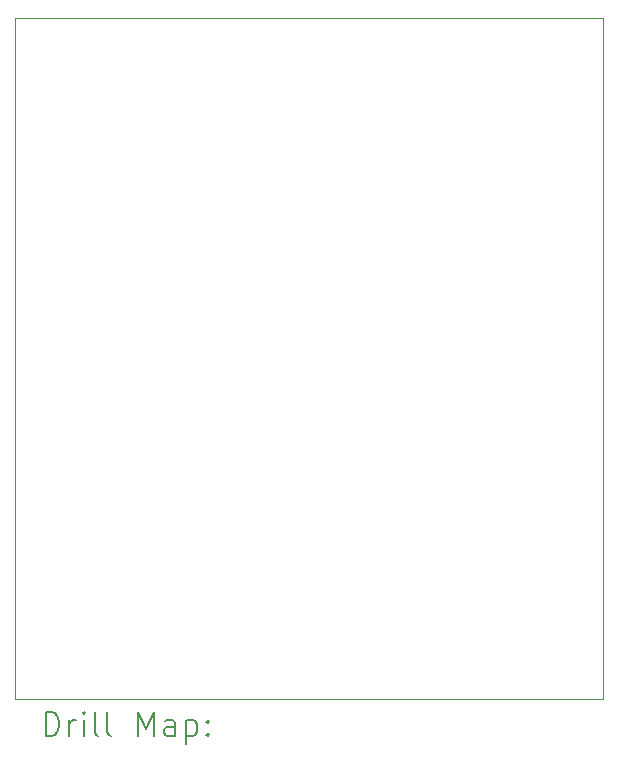
<source format=gbr>
%TF.GenerationSoftware,KiCad,Pcbnew,8.0.3*%
%TF.CreationDate,2024-07-11T16:05:29-07:00*%
%TF.ProjectId,RomiEnvironDetector,526f6d69-456e-4766-9972-6f6e44657465,rev?*%
%TF.SameCoordinates,Original*%
%TF.FileFunction,Drillmap*%
%TF.FilePolarity,Positive*%
%FSLAX45Y45*%
G04 Gerber Fmt 4.5, Leading zero omitted, Abs format (unit mm)*
G04 Created by KiCad (PCBNEW 8.0.3) date 2024-07-11 16:05:29*
%MOMM*%
%LPD*%
G01*
G04 APERTURE LIST*
%ADD10C,0.050000*%
%ADD11C,0.200000*%
G04 APERTURE END LIST*
D10*
X10620000Y-5440000D02*
X15600000Y-5440000D01*
X15600000Y-11200000D01*
X10620000Y-11200000D01*
X10620000Y-5440000D01*
D11*
X10878277Y-11513984D02*
X10878277Y-11313984D01*
X10878277Y-11313984D02*
X10925896Y-11313984D01*
X10925896Y-11313984D02*
X10954467Y-11323508D01*
X10954467Y-11323508D02*
X10973515Y-11342555D01*
X10973515Y-11342555D02*
X10983039Y-11361603D01*
X10983039Y-11361603D02*
X10992563Y-11399698D01*
X10992563Y-11399698D02*
X10992563Y-11428269D01*
X10992563Y-11428269D02*
X10983039Y-11466365D01*
X10983039Y-11466365D02*
X10973515Y-11485412D01*
X10973515Y-11485412D02*
X10954467Y-11504460D01*
X10954467Y-11504460D02*
X10925896Y-11513984D01*
X10925896Y-11513984D02*
X10878277Y-11513984D01*
X11078277Y-11513984D02*
X11078277Y-11380650D01*
X11078277Y-11418746D02*
X11087801Y-11399698D01*
X11087801Y-11399698D02*
X11097324Y-11390174D01*
X11097324Y-11390174D02*
X11116372Y-11380650D01*
X11116372Y-11380650D02*
X11135420Y-11380650D01*
X11202086Y-11513984D02*
X11202086Y-11380650D01*
X11202086Y-11313984D02*
X11192562Y-11323508D01*
X11192562Y-11323508D02*
X11202086Y-11333031D01*
X11202086Y-11333031D02*
X11211610Y-11323508D01*
X11211610Y-11323508D02*
X11202086Y-11313984D01*
X11202086Y-11313984D02*
X11202086Y-11333031D01*
X11325896Y-11513984D02*
X11306848Y-11504460D01*
X11306848Y-11504460D02*
X11297324Y-11485412D01*
X11297324Y-11485412D02*
X11297324Y-11313984D01*
X11430658Y-11513984D02*
X11411610Y-11504460D01*
X11411610Y-11504460D02*
X11402086Y-11485412D01*
X11402086Y-11485412D02*
X11402086Y-11313984D01*
X11659229Y-11513984D02*
X11659229Y-11313984D01*
X11659229Y-11313984D02*
X11725896Y-11456841D01*
X11725896Y-11456841D02*
X11792562Y-11313984D01*
X11792562Y-11313984D02*
X11792562Y-11513984D01*
X11973515Y-11513984D02*
X11973515Y-11409222D01*
X11973515Y-11409222D02*
X11963991Y-11390174D01*
X11963991Y-11390174D02*
X11944943Y-11380650D01*
X11944943Y-11380650D02*
X11906848Y-11380650D01*
X11906848Y-11380650D02*
X11887801Y-11390174D01*
X11973515Y-11504460D02*
X11954467Y-11513984D01*
X11954467Y-11513984D02*
X11906848Y-11513984D01*
X11906848Y-11513984D02*
X11887801Y-11504460D01*
X11887801Y-11504460D02*
X11878277Y-11485412D01*
X11878277Y-11485412D02*
X11878277Y-11466365D01*
X11878277Y-11466365D02*
X11887801Y-11447317D01*
X11887801Y-11447317D02*
X11906848Y-11437793D01*
X11906848Y-11437793D02*
X11954467Y-11437793D01*
X11954467Y-11437793D02*
X11973515Y-11428269D01*
X12068753Y-11380650D02*
X12068753Y-11580650D01*
X12068753Y-11390174D02*
X12087801Y-11380650D01*
X12087801Y-11380650D02*
X12125896Y-11380650D01*
X12125896Y-11380650D02*
X12144943Y-11390174D01*
X12144943Y-11390174D02*
X12154467Y-11399698D01*
X12154467Y-11399698D02*
X12163991Y-11418746D01*
X12163991Y-11418746D02*
X12163991Y-11475888D01*
X12163991Y-11475888D02*
X12154467Y-11494936D01*
X12154467Y-11494936D02*
X12144943Y-11504460D01*
X12144943Y-11504460D02*
X12125896Y-11513984D01*
X12125896Y-11513984D02*
X12087801Y-11513984D01*
X12087801Y-11513984D02*
X12068753Y-11504460D01*
X12249705Y-11494936D02*
X12259229Y-11504460D01*
X12259229Y-11504460D02*
X12249705Y-11513984D01*
X12249705Y-11513984D02*
X12240182Y-11504460D01*
X12240182Y-11504460D02*
X12249705Y-11494936D01*
X12249705Y-11494936D02*
X12249705Y-11513984D01*
X12249705Y-11390174D02*
X12259229Y-11399698D01*
X12259229Y-11399698D02*
X12249705Y-11409222D01*
X12249705Y-11409222D02*
X12240182Y-11399698D01*
X12240182Y-11399698D02*
X12249705Y-11390174D01*
X12249705Y-11390174D02*
X12249705Y-11409222D01*
M02*

</source>
